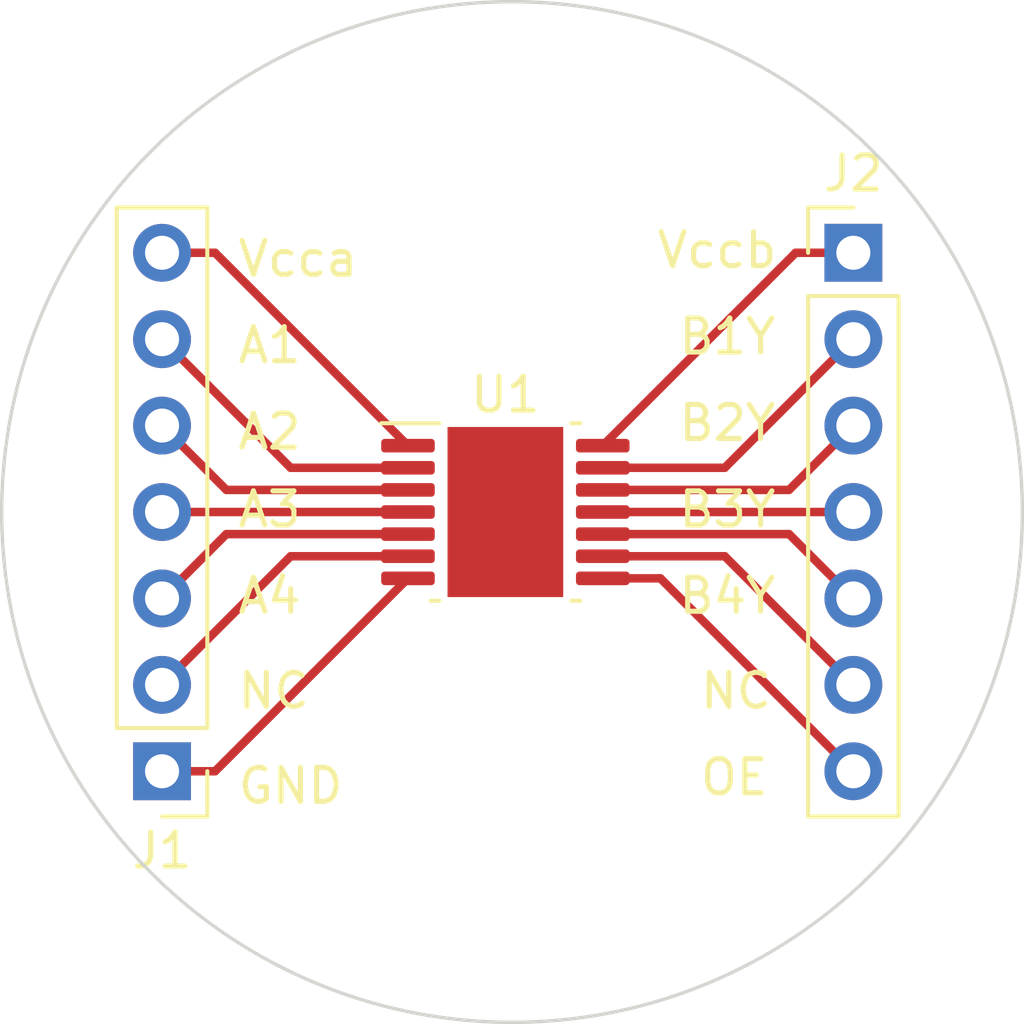
<source format=kicad_pcb>
(kicad_pcb (version 20221018) (generator pcbnew)
  (layers (0 "F.Cu" signal) (31 "B.Cu" signal) (34 "B.Paste" user) (35 "F.Paste" user) (36 "B.SilkS" user "B.Silkscreen") (37 "F.SilkS" user "F.Silkscreen") (38 "B.Mask" user) (39 "F.Mask" user) (44 "Edge.Cuts" user))
  (net 0 "")
  (net 1 "Net-(J1-Pin_1)")
  (net 2 "Net-(J1-Pin_2)")
  (net 3 "Net-(J1-Pin_3)")
  (net 4 "Net-(J1-Pin_4)")
  (net 5 "Net-(J1-Pin_5)")
  (net 6 "Net-(J1-Pin_6)")
  (net 7 "Net-(J1-Pin_7)")
  (net 8 "Net-(J2-Pin_1)")
  (net 9 "Net-(J2-Pin_2)")
  (net 10 "Net-(J2-Pin_3)")
  (net 11 "Net-(J2-Pin_4)")
  (net 12 "Net-(J2-Pin_5)")
  (net 13 "Net-(J2-Pin_6)")
  (net 14 "Net-(J2-Pin_7)")
  (footprint "Connector_PinHeader_2.54mm:PinHeader_1x07_P2.54mm_Vertical" (layer "F.Cu") (at 146.05 74.93)
    (fp_text reference "J2" (at 0 -2.33) (layer "F.SilkS"))
    (fp_text value "Conn_01x07")
    (fp_line (start -1.33 -1.33) (end 0 -1.33) (stroke (width 0.12)) (layer "F.SilkS"))
    (fp_line (start -1.33 0) (end -1.33 -1.33) (stroke (width 0.12)) (layer "F.SilkS"))
    (fp_line (start -1.33 1.27) (end -1.33 16.57) (stroke (width 0.12)) (layer "F.SilkS"))
    (fp_line (start -1.33 1.27) (end 1.33 1.27) (stroke (width 0.12)) (layer "F.SilkS"))
    (fp_line (start -1.33 16.57) (end 1.33 16.57) (stroke (width 0.12)) (layer "F.SilkS"))
    (fp_line (start 1.33 1.27) (end 1.33 16.57) (stroke (width 0.12)) (layer "F.SilkS"))
    (pad "1" thru_hole rect (at 0 0) (size 1.7 1.7) (drill 1) (layers "*.Cu" "*.Mask") (net 8 "Net-(J2-Pin_1)"))
    (pad "2" thru_hole oval (at 0 2.54) (size 1.7 1.7) (drill 1) (layers "*.Cu" "*.Mask") (net 9 "Net-(J2-Pin_2)"))
    (pad "3" thru_hole oval (at 0 5.08) (size 1.7 1.7) (drill 1) (layers "*.Cu" "*.Mask") (net 10 "Net-(J2-Pin_3)"))
    (pad "4" thru_hole oval (at 0 7.62) (size 1.7 1.7) (drill 1) (layers "*.Cu" "*.Mask") (net 11 "Net-(J2-Pin_4)"))
    (pad "5" thru_hole oval (at 0 10.16) (size 1.7 1.7) (drill 1) (layers "*.Cu" "*.Mask") (net 12 "Net-(J2-Pin_5)"))
    (pad "6" thru_hole oval (at 0 12.7) (size 1.7 1.7) (drill 1) (layers "*.Cu" "*.Mask") (net 13 "Net-(J2-Pin_6)"))
    (pad "7" thru_hole oval (at 0 15.24) (size 1.7 1.7) (drill 1) (layers "*.Cu" "*.Mask") (net 14 "Net-(J2-Pin_7)"))
  )
  (footprint "Connector_PinHeader_2.54mm:PinHeader_1x07_P2.54mm_Vertical" (layer "F.Cu") (at 125.73 90.17 180)
    (fp_text reference "J1" (at 0 -2.33) (layer "F.SilkS"))
    (fp_text value "Conn_01x07")
    (fp_line (start -1.33 -1.33) (end 0 -1.33) (stroke (width 0.12)) (layer "F.SilkS"))
    (fp_line (start -1.33 0) (end -1.33 -1.33) (stroke (width 0.12)) (layer "F.SilkS"))
    (fp_line (start -1.33 1.27) (end -1.33 16.57) (stroke (width 0.12)) (layer "F.SilkS"))
    (fp_line (start -1.33 1.27) (end 1.33 1.27) (stroke (width 0.12)) (layer "F.SilkS"))
    (fp_line (start -1.33 16.57) (end 1.33 16.57) (stroke (width 0.12)) (layer "F.SilkS"))
    (fp_line (start 1.33 1.27) (end 1.33 16.57) (stroke (width 0.12)) (layer "F.SilkS"))
    (pad "1" thru_hole rect (at 0 0 180) (size 1.7 1.7) (drill 1) (layers "*.Cu" "*.Mask") (net 1 "Net-(J1-Pin_1)"))
    (pad "2" thru_hole oval (at 0 2.54 180) (size 1.7 1.7) (drill 1) (layers "*.Cu" "*.Mask") (net 2 "Net-(J1-Pin_2)"))
    (pad "3" thru_hole oval (at 0 5.08 180) (size 1.7 1.7) (drill 1) (layers "*.Cu" "*.Mask") (net 3 "Net-(J1-Pin_3)"))
    (pad "4" thru_hole oval (at 0 7.62 180) (size 1.7 1.7) (drill 1) (layers "*.Cu" "*.Mask") (net 4 "Net-(J1-Pin_4)"))
    (pad "5" thru_hole oval (at 0 10.16 180) (size 1.7 1.7) (drill 1) (layers "*.Cu" "*.Mask") (net 5 "Net-(J1-Pin_5)"))
    (pad "6" thru_hole oval (at 0 12.7 180) (size 1.7 1.7) (drill 1) (layers "*.Cu" "*.Mask") (net 6 "Net-(J1-Pin_6)"))
    (pad "7" thru_hole oval (at 0 15.24 180) (size 1.7 1.7) (drill 1) (layers "*.Cu" "*.Mask") (net 7 "Net-(J1-Pin_7)"))
  )
  (footprint "Package_SO:HTSSOP-14-1EP_4.4x5mm_P0.65mm_EP3.4x5mm_Mask3x3.1mm" (layer "F.Cu") (at 135.8215 82.55)
    (fp_text reference "U1" (at 0 -3.45) (layer "F.SilkS"))
    (fp_text value "TXU0104BQAR")
    (fp_line (start -1.935584 -2.61) (end -3.65 -2.61) (stroke (width 0.12)) (layer "F.SilkS"))
    (fp_line (start -1.935584 2.61) (end -2.2 2.61) (stroke (width 0.12)) (layer "F.SilkS"))
    (fp_line (start 1.935584 -2.61) (end 2.2 -2.61) (stroke (width 0.12)) (layer "F.SilkS"))
    (fp_line (start 1.935584 2.61) (end 2.2 2.61) (stroke (width 0.12)) (layer "F.SilkS"))
    (pad "1" smd roundrect (at -2.8625 -1.95) (size 1.575 0.4) (layers "F.Cu" "F.Paste" "F.Mask") (net 7 "Net-(J1-Pin_7)"))
    (pad "2" smd roundrect (at -2.8625 -1.3) (size 1.575 0.4) (layers "F.Cu" "F.Paste" "F.Mask") (net 6 "Net-(J1-Pin_6)"))
    (pad "3" smd roundrect (at -2.8625 -0.65) (size 1.575 0.4) (layers "F.Cu" "F.Paste" "F.Mask") (net 5 "Net-(J1-Pin_5)"))
    (pad "4" smd roundrect (at -2.8625 0) (size 1.575 0.4) (layers "F.Cu" "F.Paste" "F.Mask") (net 4 "Net-(J1-Pin_4)"))
    (pad "5" smd roundrect (at -2.8625 0.65) (size 1.575 0.4) (layers "F.Cu" "F.Paste" "F.Mask") (net 3 "Net-(J1-Pin_3)"))
    (pad "6" smd roundrect (at -2.8625 1.3) (size 1.575 0.4) (layers "F.Cu" "F.Paste" "F.Mask") (net 2 "Net-(J1-Pin_2)"))
    (pad "7" smd roundrect (at -2.8625 1.95) (size 1.575 0.4) (layers "F.Cu" "F.Paste" "F.Mask") (net 1 "Net-(J1-Pin_1)"))
    (pad "8" smd roundrect (at 2.8625 1.95) (size 1.575 0.4) (layers "F.Cu" "F.Paste" "F.Mask") (net 14 "Net-(J2-Pin_7)"))
    (pad "9" smd roundrect (at 2.8625 1.3) (size 1.575 0.4) (layers "F.Cu" "F.Paste" "F.Mask") (net 13 "Net-(J2-Pin_6)"))
    (pad "10" smd roundrect (at 2.8625 0.65) (size 1.575 0.4) (layers "F.Cu" "F.Paste" "F.Mask") (net 12 "Net-(J2-Pin_5)"))
    (pad "11" smd roundrect (at 2.8625 0) (size 1.575 0.4) (layers "F.Cu" "F.Paste" "F.Mask") (net 11 "Net-(J2-Pin_4)"))
    (pad "12" smd roundrect (at 2.8625 -0.65) (size 1.575 0.4) (layers "F.Cu" "F.Paste" "F.Mask") (net 10 "Net-(J2-Pin_3)"))
    (pad "13" smd roundrect (at 2.8625 -1.3) (size 1.575 0.4) (layers "F.Cu" "F.Paste" "F.Mask") (net 9 "Net-(J2-Pin_2)"))
    (pad "14" smd roundrect (at 2.8625 -1.95) (size 1.575 0.4) (layers "F.Cu" "F.Paste" "F.Mask") (net 8 "Net-(J2-Pin_1)"))
    (pad "15" smd rect (at 0 0) (size 3.4 5) (layers "F.Cu"))
  )
  (gr_circle (center 136.017 82.55) (end 151.017 82.55) (stroke (width 0.1)) (fill none) (layer "Edge.Cuts"))
  (gr_text "A3" (at 127.889 83.058) (layer "F.SilkS") (effects (font (size 1 1)) (justify left bottom)))
  (gr_text "B4Y" (at 140.843 85.598) (layer "F.SilkS") (effects (font (size 1 1)) (justify left bottom)))
  (gr_text "B3Y" (at 140.843 83.058) (layer "F.SilkS") (effects (font (size 1 1)) (justify left bottom)))
  (gr_text "A1" (at 127.889 78.232) (layer "F.SilkS") (effects (font (size 1 1)) (justify left bottom)))
  (gr_text "B1Y" (at 140.843 77.978) (layer "F.SilkS") (effects (font (size 1 1)) (justify left bottom)))
  (gr_text "Vcca" (at 127.889 75.692) (layer "F.SilkS") (effects (font (size 1 1)) (justify left bottom)))
  (gr_text "B2Y" (at 140.843 80.518) (layer "F.SilkS") (effects (font (size 1 1)) (justify left bottom)))
  (gr_text "NC" (at 141.478 88.392) (layer "F.SilkS") (effects (font (size 1 1)) (justify left bottom)))
  (gr_text "NC" (at 127.889 88.392) (layer "F.SilkS") (effects (font (size 1 1)) (justify left bottom)))
  (gr_text "A2" (at 127.889 80.772) (layer "F.SilkS") (effects (font (size 1 1)) (justify left bottom)))
  (gr_text "Vccb" (at 140.208 75.438) (layer "F.SilkS") (effects (font (size 1 1)) (justify left bottom)))
  (gr_text "A4" (at 127.889 85.598) (layer "F.SilkS") (effects (font (size 1 1)) (justify left bottom)))
  (gr_text "OE" (at 141.478 90.932) (layer "F.SilkS") (effects (font (size 1 1)) (justify left bottom)))
  (gr_text "GND" (at 127.889 91.186) (layer "F.SilkS") (effects (font (size 1 1)) (justify left bottom)))
  (segment (start 127.289 90.17) (end 125.73 90.17) (width 0.25) (layer "F.Cu") (net 1))
  (segment (start 132.959 84.5) (end 127.289 90.17) (width 0.25) (layer "F.Cu") (net 1))
  (segment (start 129.51 83.85) (end 125.73 87.63) (width 0.25) (layer "F.Cu") (net 2))
  (segment (start 132.959 83.85) (end 129.51 83.85) (width 0.25) (layer "F.Cu") (net 2))
  (segment (start 127.62 83.2) (end 125.73 85.09) (width 0.25) (layer "F.Cu") (net 3))
  (segment (start 132.959 83.2) (end 127.62 83.2) (width 0.25) (layer "F.Cu") (net 3))
  (segment (start 132.959 82.55) (end 125.73 82.55) (width 0.25) (layer "F.Cu") (net 4))
  (segment (start 132.959 81.9) (end 127.62 81.9) (width 0.25) (layer "F.Cu") (net 5))
  (segment (start 127.62 81.9) (end 125.73 80.01) (width 0.25) (layer "F.Cu") (net 5))
  (segment (start 132.959 81.25) (end 129.51 81.25) (width 0.25) (layer "F.Cu") (net 6))
  (segment (start 129.51 81.25) (end 125.73 77.47) (width 0.25) (layer "F.Cu") (net 6))
  (segment (start 127.289 74.93) (end 125.73 74.93) (width 0.25) (layer "F.Cu") (net 7))
  (segment (start 132.959 80.6) (end 127.289 74.93) (width 0.25) (layer "F.Cu") (net 7))
  (segment (start 138.684 80.6) (end 144.354 74.93) (width 0.25) (layer "F.Cu") (net 8))
  (segment (start 144.354 74.93) (end 146.05 74.93) (width 0.25) (layer "F.Cu") (net 8))
  (segment (start 142.27 81.25) (end 146.05 77.47) (width 0.25) (layer "F.Cu") (net 9))
  (segment (start 138.684 81.25) (end 142.27 81.25) (width 0.25) (layer "F.Cu") (net 9))
  (segment (start 144.16 81.9) (end 146.05 80.01) (width 0.25) (layer "F.Cu") (net 10))
  (segment (start 138.684 81.9) (end 144.16 81.9) (width 0.25) (layer "F.Cu") (net 10))
  (segment (start 138.684 82.55) (end 146.05 82.55) (width 0.25) (layer "F.Cu") (net 11))
  (segment (start 138.684 83.2) (end 144.16 83.2) (width 0.25) (layer "F.Cu") (net 12))
  (segment (start 144.16 83.2) (end 146.05 85.09) (width 0.25) (layer "F.Cu") (net 12))
  (segment (start 138.684 83.85) (end 142.27 83.85) (width 0.25) (layer "F.Cu") (net 13))
  (segment (start 142.27 83.85) (end 146.05 87.63) (width 0.25) (layer "F.Cu") (net 13))
  (segment (start 140.38 84.5) (end 146.05 90.17) (width 0.25) (layer "F.Cu") (net 14))
  (segment (start 138.684 84.5) (end 140.38 84.5) (width 0.25) (layer "F.Cu") (net 14))
)
</source>
